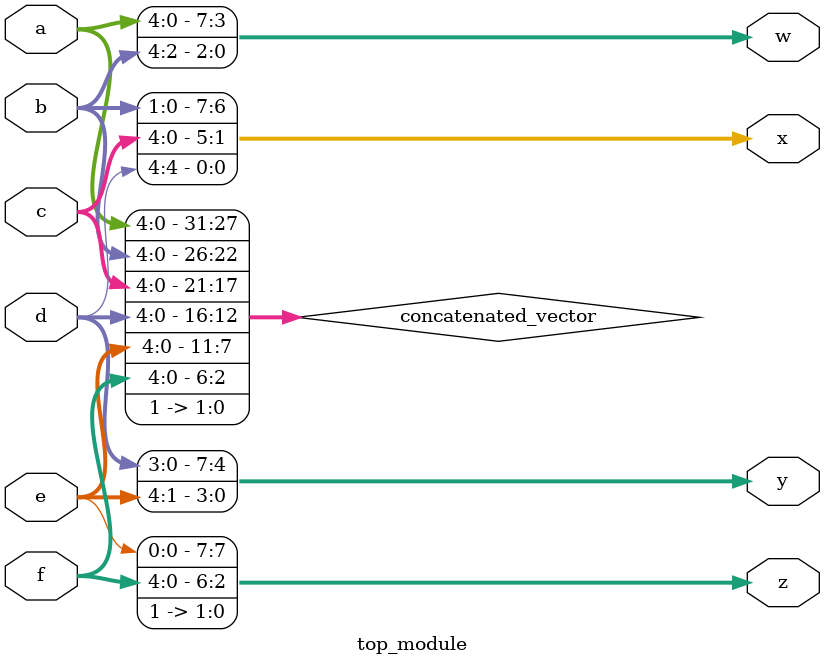
<source format=v>
module top_module (
    input wire [4:0] a, b, c, d, e, f,
    output wire [7:0] w, x, y, z
);
    // Concatenate the six 5-bit input vectors and two 1 bits to form a 32-bit vector
    wire [31:0] concatenated_vector = {a, b, c, d, e, f, 2'b11};

    // Assign the 32-bit vector to four 8-bit outputs
    assign {w, x, y, z} = concatenated_vector;
endmodule
</source>
